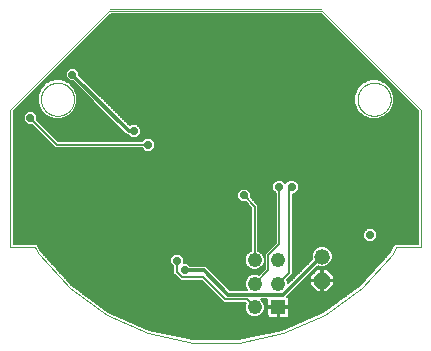
<source format=gbl>
G75*
%MOIN*%
%OFA0B0*%
%FSLAX25Y25*%
%IPPOS*%
%LPD*%
%AMOC8*
5,1,8,0,0,1.08239X$1,22.5*
%
%ADD10C,0.00000*%
%ADD11R,0.04800X0.04800*%
%ADD12C,0.04800*%
%ADD13OC8,0.05200*%
%ADD14C,0.05200*%
%ADD15C,0.11811*%
%ADD16C,0.02781*%
%ADD17C,0.03962*%
%ADD18C,0.04000*%
%ADD19C,0.00591*%
%ADD20C,0.01181*%
%ADD21C,0.00787*%
D10*
X0037313Y0095543D02*
X0051223Y0089350D01*
X0066117Y0086184D01*
X0081344Y0086184D01*
X0096237Y0089350D01*
X0110148Y0095543D01*
X0122466Y0104493D01*
X0132655Y0115809D01*
X0133959Y0118069D01*
X0142234Y0118069D01*
X0142234Y0163738D01*
X0109163Y0196809D01*
X0038297Y0196809D01*
X0005226Y0163738D01*
X0005226Y0118069D01*
X0013501Y0118069D01*
X0014806Y0115809D01*
X0024994Y0104493D01*
X0037313Y0095543D01*
X0015462Y0167301D02*
X0015464Y0167449D01*
X0015470Y0167597D01*
X0015480Y0167745D01*
X0015494Y0167892D01*
X0015512Y0168039D01*
X0015533Y0168185D01*
X0015559Y0168331D01*
X0015589Y0168476D01*
X0015622Y0168620D01*
X0015660Y0168763D01*
X0015701Y0168905D01*
X0015746Y0169046D01*
X0015794Y0169186D01*
X0015847Y0169325D01*
X0015903Y0169462D01*
X0015963Y0169597D01*
X0016026Y0169731D01*
X0016093Y0169863D01*
X0016164Y0169993D01*
X0016238Y0170121D01*
X0016315Y0170247D01*
X0016396Y0170371D01*
X0016480Y0170493D01*
X0016567Y0170612D01*
X0016658Y0170729D01*
X0016752Y0170844D01*
X0016848Y0170956D01*
X0016948Y0171066D01*
X0017050Y0171172D01*
X0017156Y0171276D01*
X0017264Y0171377D01*
X0017375Y0171475D01*
X0017488Y0171571D01*
X0017604Y0171663D01*
X0017722Y0171752D01*
X0017843Y0171837D01*
X0017966Y0171920D01*
X0018091Y0171999D01*
X0018218Y0172075D01*
X0018347Y0172147D01*
X0018478Y0172216D01*
X0018611Y0172281D01*
X0018746Y0172342D01*
X0018882Y0172400D01*
X0019019Y0172455D01*
X0019158Y0172505D01*
X0019299Y0172552D01*
X0019440Y0172595D01*
X0019583Y0172635D01*
X0019727Y0172670D01*
X0019871Y0172702D01*
X0020017Y0172729D01*
X0020163Y0172753D01*
X0020310Y0172773D01*
X0020457Y0172789D01*
X0020604Y0172801D01*
X0020752Y0172809D01*
X0020900Y0172813D01*
X0021048Y0172813D01*
X0021196Y0172809D01*
X0021344Y0172801D01*
X0021491Y0172789D01*
X0021638Y0172773D01*
X0021785Y0172753D01*
X0021931Y0172729D01*
X0022077Y0172702D01*
X0022221Y0172670D01*
X0022365Y0172635D01*
X0022508Y0172595D01*
X0022649Y0172552D01*
X0022790Y0172505D01*
X0022929Y0172455D01*
X0023066Y0172400D01*
X0023202Y0172342D01*
X0023337Y0172281D01*
X0023470Y0172216D01*
X0023601Y0172147D01*
X0023730Y0172075D01*
X0023857Y0171999D01*
X0023982Y0171920D01*
X0024105Y0171837D01*
X0024226Y0171752D01*
X0024344Y0171663D01*
X0024460Y0171571D01*
X0024573Y0171475D01*
X0024684Y0171377D01*
X0024792Y0171276D01*
X0024898Y0171172D01*
X0025000Y0171066D01*
X0025100Y0170956D01*
X0025196Y0170844D01*
X0025290Y0170729D01*
X0025381Y0170612D01*
X0025468Y0170493D01*
X0025552Y0170371D01*
X0025633Y0170247D01*
X0025710Y0170121D01*
X0025784Y0169993D01*
X0025855Y0169863D01*
X0025922Y0169731D01*
X0025985Y0169597D01*
X0026045Y0169462D01*
X0026101Y0169325D01*
X0026154Y0169186D01*
X0026202Y0169046D01*
X0026247Y0168905D01*
X0026288Y0168763D01*
X0026326Y0168620D01*
X0026359Y0168476D01*
X0026389Y0168331D01*
X0026415Y0168185D01*
X0026436Y0168039D01*
X0026454Y0167892D01*
X0026468Y0167745D01*
X0026478Y0167597D01*
X0026484Y0167449D01*
X0026486Y0167301D01*
X0026484Y0167153D01*
X0026478Y0167005D01*
X0026468Y0166857D01*
X0026454Y0166710D01*
X0026436Y0166563D01*
X0026415Y0166417D01*
X0026389Y0166271D01*
X0026359Y0166126D01*
X0026326Y0165982D01*
X0026288Y0165839D01*
X0026247Y0165697D01*
X0026202Y0165556D01*
X0026154Y0165416D01*
X0026101Y0165277D01*
X0026045Y0165140D01*
X0025985Y0165005D01*
X0025922Y0164871D01*
X0025855Y0164739D01*
X0025784Y0164609D01*
X0025710Y0164481D01*
X0025633Y0164355D01*
X0025552Y0164231D01*
X0025468Y0164109D01*
X0025381Y0163990D01*
X0025290Y0163873D01*
X0025196Y0163758D01*
X0025100Y0163646D01*
X0025000Y0163536D01*
X0024898Y0163430D01*
X0024792Y0163326D01*
X0024684Y0163225D01*
X0024573Y0163127D01*
X0024460Y0163031D01*
X0024344Y0162939D01*
X0024226Y0162850D01*
X0024105Y0162765D01*
X0023982Y0162682D01*
X0023857Y0162603D01*
X0023730Y0162527D01*
X0023601Y0162455D01*
X0023470Y0162386D01*
X0023337Y0162321D01*
X0023202Y0162260D01*
X0023066Y0162202D01*
X0022929Y0162147D01*
X0022790Y0162097D01*
X0022649Y0162050D01*
X0022508Y0162007D01*
X0022365Y0161967D01*
X0022221Y0161932D01*
X0022077Y0161900D01*
X0021931Y0161873D01*
X0021785Y0161849D01*
X0021638Y0161829D01*
X0021491Y0161813D01*
X0021344Y0161801D01*
X0021196Y0161793D01*
X0021048Y0161789D01*
X0020900Y0161789D01*
X0020752Y0161793D01*
X0020604Y0161801D01*
X0020457Y0161813D01*
X0020310Y0161829D01*
X0020163Y0161849D01*
X0020017Y0161873D01*
X0019871Y0161900D01*
X0019727Y0161932D01*
X0019583Y0161967D01*
X0019440Y0162007D01*
X0019299Y0162050D01*
X0019158Y0162097D01*
X0019019Y0162147D01*
X0018882Y0162202D01*
X0018746Y0162260D01*
X0018611Y0162321D01*
X0018478Y0162386D01*
X0018347Y0162455D01*
X0018218Y0162527D01*
X0018091Y0162603D01*
X0017966Y0162682D01*
X0017843Y0162765D01*
X0017722Y0162850D01*
X0017604Y0162939D01*
X0017488Y0163031D01*
X0017375Y0163127D01*
X0017264Y0163225D01*
X0017156Y0163326D01*
X0017050Y0163430D01*
X0016948Y0163536D01*
X0016848Y0163646D01*
X0016752Y0163758D01*
X0016658Y0163873D01*
X0016567Y0163990D01*
X0016480Y0164109D01*
X0016396Y0164231D01*
X0016315Y0164355D01*
X0016238Y0164481D01*
X0016164Y0164609D01*
X0016093Y0164739D01*
X0016026Y0164871D01*
X0015963Y0165005D01*
X0015903Y0165140D01*
X0015847Y0165277D01*
X0015794Y0165416D01*
X0015746Y0165556D01*
X0015701Y0165697D01*
X0015660Y0165839D01*
X0015622Y0165982D01*
X0015589Y0166126D01*
X0015559Y0166271D01*
X0015533Y0166417D01*
X0015512Y0166563D01*
X0015494Y0166710D01*
X0015480Y0166857D01*
X0015470Y0167005D01*
X0015464Y0167153D01*
X0015462Y0167301D01*
X0038612Y0197518D02*
X0108691Y0197518D01*
X0120994Y0167301D02*
X0120996Y0167449D01*
X0121002Y0167597D01*
X0121012Y0167745D01*
X0121026Y0167892D01*
X0121044Y0168039D01*
X0121065Y0168185D01*
X0121091Y0168331D01*
X0121121Y0168476D01*
X0121154Y0168620D01*
X0121192Y0168763D01*
X0121233Y0168905D01*
X0121278Y0169046D01*
X0121326Y0169186D01*
X0121379Y0169325D01*
X0121435Y0169462D01*
X0121495Y0169597D01*
X0121558Y0169731D01*
X0121625Y0169863D01*
X0121696Y0169993D01*
X0121770Y0170121D01*
X0121847Y0170247D01*
X0121928Y0170371D01*
X0122012Y0170493D01*
X0122099Y0170612D01*
X0122190Y0170729D01*
X0122284Y0170844D01*
X0122380Y0170956D01*
X0122480Y0171066D01*
X0122582Y0171172D01*
X0122688Y0171276D01*
X0122796Y0171377D01*
X0122907Y0171475D01*
X0123020Y0171571D01*
X0123136Y0171663D01*
X0123254Y0171752D01*
X0123375Y0171837D01*
X0123498Y0171920D01*
X0123623Y0171999D01*
X0123750Y0172075D01*
X0123879Y0172147D01*
X0124010Y0172216D01*
X0124143Y0172281D01*
X0124278Y0172342D01*
X0124414Y0172400D01*
X0124551Y0172455D01*
X0124690Y0172505D01*
X0124831Y0172552D01*
X0124972Y0172595D01*
X0125115Y0172635D01*
X0125259Y0172670D01*
X0125403Y0172702D01*
X0125549Y0172729D01*
X0125695Y0172753D01*
X0125842Y0172773D01*
X0125989Y0172789D01*
X0126136Y0172801D01*
X0126284Y0172809D01*
X0126432Y0172813D01*
X0126580Y0172813D01*
X0126728Y0172809D01*
X0126876Y0172801D01*
X0127023Y0172789D01*
X0127170Y0172773D01*
X0127317Y0172753D01*
X0127463Y0172729D01*
X0127609Y0172702D01*
X0127753Y0172670D01*
X0127897Y0172635D01*
X0128040Y0172595D01*
X0128181Y0172552D01*
X0128322Y0172505D01*
X0128461Y0172455D01*
X0128598Y0172400D01*
X0128734Y0172342D01*
X0128869Y0172281D01*
X0129002Y0172216D01*
X0129133Y0172147D01*
X0129262Y0172075D01*
X0129389Y0171999D01*
X0129514Y0171920D01*
X0129637Y0171837D01*
X0129758Y0171752D01*
X0129876Y0171663D01*
X0129992Y0171571D01*
X0130105Y0171475D01*
X0130216Y0171377D01*
X0130324Y0171276D01*
X0130430Y0171172D01*
X0130532Y0171066D01*
X0130632Y0170956D01*
X0130728Y0170844D01*
X0130822Y0170729D01*
X0130913Y0170612D01*
X0131000Y0170493D01*
X0131084Y0170371D01*
X0131165Y0170247D01*
X0131242Y0170121D01*
X0131316Y0169993D01*
X0131387Y0169863D01*
X0131454Y0169731D01*
X0131517Y0169597D01*
X0131577Y0169462D01*
X0131633Y0169325D01*
X0131686Y0169186D01*
X0131734Y0169046D01*
X0131779Y0168905D01*
X0131820Y0168763D01*
X0131858Y0168620D01*
X0131891Y0168476D01*
X0131921Y0168331D01*
X0131947Y0168185D01*
X0131968Y0168039D01*
X0131986Y0167892D01*
X0132000Y0167745D01*
X0132010Y0167597D01*
X0132016Y0167449D01*
X0132018Y0167301D01*
X0132016Y0167153D01*
X0132010Y0167005D01*
X0132000Y0166857D01*
X0131986Y0166710D01*
X0131968Y0166563D01*
X0131947Y0166417D01*
X0131921Y0166271D01*
X0131891Y0166126D01*
X0131858Y0165982D01*
X0131820Y0165839D01*
X0131779Y0165697D01*
X0131734Y0165556D01*
X0131686Y0165416D01*
X0131633Y0165277D01*
X0131577Y0165140D01*
X0131517Y0165005D01*
X0131454Y0164871D01*
X0131387Y0164739D01*
X0131316Y0164609D01*
X0131242Y0164481D01*
X0131165Y0164355D01*
X0131084Y0164231D01*
X0131000Y0164109D01*
X0130913Y0163990D01*
X0130822Y0163873D01*
X0130728Y0163758D01*
X0130632Y0163646D01*
X0130532Y0163536D01*
X0130430Y0163430D01*
X0130324Y0163326D01*
X0130216Y0163225D01*
X0130105Y0163127D01*
X0129992Y0163031D01*
X0129876Y0162939D01*
X0129758Y0162850D01*
X0129637Y0162765D01*
X0129514Y0162682D01*
X0129389Y0162603D01*
X0129262Y0162527D01*
X0129133Y0162455D01*
X0129002Y0162386D01*
X0128869Y0162321D01*
X0128734Y0162260D01*
X0128598Y0162202D01*
X0128461Y0162147D01*
X0128322Y0162097D01*
X0128181Y0162050D01*
X0128040Y0162007D01*
X0127897Y0161967D01*
X0127753Y0161932D01*
X0127609Y0161900D01*
X0127463Y0161873D01*
X0127317Y0161849D01*
X0127170Y0161829D01*
X0127023Y0161813D01*
X0126876Y0161801D01*
X0126728Y0161793D01*
X0126580Y0161789D01*
X0126432Y0161789D01*
X0126284Y0161793D01*
X0126136Y0161801D01*
X0125989Y0161813D01*
X0125842Y0161829D01*
X0125695Y0161849D01*
X0125549Y0161873D01*
X0125403Y0161900D01*
X0125259Y0161932D01*
X0125115Y0161967D01*
X0124972Y0162007D01*
X0124831Y0162050D01*
X0124690Y0162097D01*
X0124551Y0162147D01*
X0124414Y0162202D01*
X0124278Y0162260D01*
X0124143Y0162321D01*
X0124010Y0162386D01*
X0123879Y0162455D01*
X0123750Y0162527D01*
X0123623Y0162603D01*
X0123498Y0162682D01*
X0123375Y0162765D01*
X0123254Y0162850D01*
X0123136Y0162939D01*
X0123020Y0163031D01*
X0122907Y0163127D01*
X0122796Y0163225D01*
X0122688Y0163326D01*
X0122582Y0163430D01*
X0122480Y0163536D01*
X0122380Y0163646D01*
X0122284Y0163758D01*
X0122190Y0163873D01*
X0122099Y0163990D01*
X0122012Y0164109D01*
X0121928Y0164231D01*
X0121847Y0164355D01*
X0121770Y0164481D01*
X0121696Y0164609D01*
X0121625Y0164739D01*
X0121558Y0164871D01*
X0121495Y0165005D01*
X0121435Y0165140D01*
X0121379Y0165277D01*
X0121326Y0165416D01*
X0121278Y0165556D01*
X0121233Y0165697D01*
X0121192Y0165839D01*
X0121154Y0165982D01*
X0121121Y0166126D01*
X0121091Y0166271D01*
X0121065Y0166417D01*
X0121044Y0166563D01*
X0121026Y0166710D01*
X0121012Y0166857D01*
X0121002Y0167005D01*
X0120996Y0167153D01*
X0120994Y0167301D01*
D11*
X0094596Y0097990D03*
D12*
X0094596Y0105864D03*
X0094596Y0113738D03*
X0086722Y0113738D03*
X0086722Y0105864D03*
X0086722Y0097990D03*
D13*
X0109163Y0106884D03*
D14*
X0109163Y0114884D03*
D15*
X0073730Y0162557D03*
D16*
X0072510Y0140746D03*
X0083041Y0135234D03*
X0089478Y0137262D03*
X0094892Y0138049D03*
X0099026Y0138148D03*
X0102667Y0128994D03*
X0115207Y0134368D03*
X0114675Y0141927D03*
X0125207Y0122006D03*
X0125659Y0111750D03*
X0114793Y0102006D03*
X0106112Y0100943D03*
X0102333Y0094959D03*
X0086762Y0090057D03*
X0073927Y0099565D03*
X0070384Y0099565D03*
X0064577Y0093069D03*
X0054144Y0091258D03*
X0063494Y0110392D03*
X0060837Y0113541D03*
X0061427Y0116986D03*
X0051073Y0128167D03*
X0049951Y0148069D03*
X0051191Y0152124D03*
X0046368Y0156750D03*
X0052136Y0162597D03*
X0043514Y0149014D03*
X0031998Y0148423D03*
X0031939Y0155215D03*
X0032096Y0163246D03*
X0028356Y0163246D03*
X0025955Y0175549D03*
X0024852Y0179132D03*
X0011919Y0160982D03*
X0007923Y0162793D03*
X0020778Y0146022D03*
X0007549Y0139329D03*
X0008159Y0120667D03*
X0023829Y0124762D03*
X0025305Y0111179D03*
X0033376Y0101337D03*
X0080915Y0110490D03*
X0081486Y0116061D03*
X0115148Y0162715D03*
X0103652Y0168561D03*
X0114616Y0187636D03*
X0102864Y0194093D03*
X0087923Y0194093D03*
X0072982Y0193876D03*
X0058809Y0193876D03*
X0044813Y0194152D03*
X0043927Y0189585D03*
X0043691Y0177419D03*
X0126132Y0176002D03*
X0131801Y0160786D03*
X0139459Y0161711D03*
X0139459Y0141514D03*
X0139951Y0120667D03*
D17*
X0131998Y0146711D03*
X0028947Y0118660D03*
D18*
X0028022Y0117557D02*
X0054321Y0143856D01*
X0129144Y0143856D01*
X0131998Y0146711D01*
D19*
X0141139Y0146663D02*
X0006322Y0146663D01*
X0006322Y0146074D02*
X0141139Y0146074D01*
X0141139Y0145485D02*
X0006322Y0145485D01*
X0006322Y0144896D02*
X0141139Y0144896D01*
X0141139Y0144307D02*
X0006322Y0144307D01*
X0006322Y0143718D02*
X0141139Y0143718D01*
X0141139Y0143129D02*
X0006322Y0143129D01*
X0006322Y0142540D02*
X0141139Y0142540D01*
X0141139Y0141951D02*
X0006322Y0141951D01*
X0006322Y0141362D02*
X0141139Y0141362D01*
X0141139Y0140773D02*
X0006322Y0140773D01*
X0006322Y0140184D02*
X0093793Y0140184D01*
X0093945Y0140335D02*
X0092606Y0138996D01*
X0092606Y0137102D01*
X0093701Y0136007D01*
X0093701Y0119448D01*
X0090059Y0115806D01*
X0090059Y0110885D01*
X0088054Y0108879D01*
X0087378Y0109160D01*
X0086067Y0109160D01*
X0084856Y0108658D01*
X0083929Y0107731D01*
X0083427Y0106520D01*
X0083427Y0105209D01*
X0083929Y0103998D01*
X0084218Y0103708D01*
X0078480Y0103708D01*
X0071181Y0111007D01*
X0070310Y0111878D01*
X0065241Y0111878D01*
X0064441Y0112678D01*
X0063122Y0112678D01*
X0063122Y0114488D01*
X0061783Y0115827D01*
X0059890Y0115827D01*
X0058551Y0114488D01*
X0058551Y0112595D01*
X0059548Y0111598D01*
X0059548Y0109110D01*
X0060303Y0108355D01*
X0061996Y0106662D01*
X0069043Y0106662D01*
X0076405Y0099300D01*
X0083590Y0099300D01*
X0083666Y0099223D01*
X0083427Y0098646D01*
X0083427Y0097335D01*
X0083929Y0096124D01*
X0084856Y0095197D01*
X0086067Y0094695D01*
X0087378Y0094695D01*
X0088589Y0095197D01*
X0089516Y0096124D01*
X0090018Y0097335D01*
X0090018Y0098646D01*
X0089516Y0099857D01*
X0088636Y0100737D01*
X0090948Y0100737D01*
X0090901Y0100561D01*
X0090901Y0098285D01*
X0094301Y0098285D01*
X0094301Y0097695D01*
X0090901Y0097695D01*
X0090901Y0095420D01*
X0090989Y0095090D01*
X0091160Y0094795D01*
X0091401Y0094554D01*
X0091696Y0094383D01*
X0092026Y0094295D01*
X0094301Y0094295D01*
X0094301Y0097695D01*
X0094892Y0097695D01*
X0094892Y0098285D01*
X0098292Y0098285D01*
X0098292Y0100561D01*
X0098203Y0100890D01*
X0098033Y0101186D01*
X0097792Y0101427D01*
X0097592Y0101542D01*
X0097657Y0101607D01*
X0097657Y0101607D01*
X0107740Y0111690D01*
X0108468Y0111389D01*
X0109859Y0111389D01*
X0111143Y0111921D01*
X0112127Y0112904D01*
X0112659Y0114189D01*
X0112659Y0115579D01*
X0112127Y0116864D01*
X0111143Y0117847D01*
X0109859Y0118379D01*
X0108468Y0118379D01*
X0107183Y0117847D01*
X0106200Y0116864D01*
X0105668Y0115579D01*
X0105668Y0114189D01*
X0105776Y0113928D01*
X0097892Y0106044D01*
X0097892Y0106520D01*
X0097612Y0107196D01*
X0099044Y0107196D01*
X0099633Y0107785D02*
X0098201Y0107785D01*
X0098731Y0108315D02*
X0099429Y0109013D01*
X0099429Y0135862D01*
X0099972Y0135862D01*
X0101311Y0137201D01*
X0101311Y0139095D01*
X0099972Y0140434D01*
X0098079Y0140434D01*
X0096909Y0139264D01*
X0095839Y0140335D01*
X0093945Y0140335D01*
X0093204Y0139594D02*
X0006322Y0139594D01*
X0006322Y0139005D02*
X0092615Y0139005D01*
X0092606Y0138416D02*
X0006322Y0138416D01*
X0006322Y0137827D02*
X0092606Y0137827D01*
X0092606Y0137238D02*
X0084270Y0137238D01*
X0083988Y0137520D02*
X0082095Y0137520D01*
X0080756Y0136181D01*
X0080756Y0134288D01*
X0082095Y0132948D01*
X0083643Y0132948D01*
X0085532Y0131060D01*
X0085532Y0116812D01*
X0084856Y0116532D01*
X0083929Y0115605D01*
X0083427Y0114394D01*
X0083427Y0113083D01*
X0083929Y0111872D01*
X0084856Y0110945D01*
X0086067Y0110443D01*
X0087378Y0110443D01*
X0088589Y0110945D01*
X0089516Y0111872D01*
X0090018Y0113083D01*
X0090018Y0114394D01*
X0089516Y0115605D01*
X0088589Y0116532D01*
X0087913Y0116812D01*
X0087913Y0132046D01*
X0085327Y0134632D01*
X0085327Y0136181D01*
X0083988Y0137520D01*
X0084859Y0136649D02*
X0093059Y0136649D01*
X0093648Y0136060D02*
X0085327Y0136060D01*
X0085327Y0135471D02*
X0093701Y0135471D01*
X0093701Y0134882D02*
X0085327Y0134882D01*
X0085666Y0134293D02*
X0093701Y0134293D01*
X0093701Y0133704D02*
X0086255Y0133704D01*
X0086845Y0133115D02*
X0093701Y0133115D01*
X0093701Y0132526D02*
X0087434Y0132526D01*
X0087913Y0131937D02*
X0093701Y0131937D01*
X0093701Y0131348D02*
X0087913Y0131348D01*
X0087913Y0130759D02*
X0093701Y0130759D01*
X0093701Y0130169D02*
X0087913Y0130169D01*
X0087913Y0129580D02*
X0093701Y0129580D01*
X0093701Y0128991D02*
X0087913Y0128991D01*
X0087913Y0128402D02*
X0093701Y0128402D01*
X0093701Y0127813D02*
X0087913Y0127813D01*
X0087913Y0127224D02*
X0093701Y0127224D01*
X0093701Y0126635D02*
X0087913Y0126635D01*
X0087913Y0126046D02*
X0093701Y0126046D01*
X0093701Y0125457D02*
X0087913Y0125457D01*
X0087913Y0124868D02*
X0093701Y0124868D01*
X0093701Y0124279D02*
X0087913Y0124279D01*
X0087913Y0123690D02*
X0093701Y0123690D01*
X0093701Y0123101D02*
X0087913Y0123101D01*
X0087913Y0122512D02*
X0093701Y0122512D01*
X0093701Y0121923D02*
X0087913Y0121923D01*
X0087913Y0121334D02*
X0093701Y0121334D01*
X0093701Y0120744D02*
X0087913Y0120744D01*
X0087913Y0120155D02*
X0093701Y0120155D01*
X0093701Y0119566D02*
X0087913Y0119566D01*
X0087913Y0118977D02*
X0093231Y0118977D01*
X0092641Y0118388D02*
X0087913Y0118388D01*
X0087913Y0117799D02*
X0092052Y0117799D01*
X0091463Y0117210D02*
X0087913Y0117210D01*
X0088374Y0116621D02*
X0090874Y0116621D01*
X0090285Y0116032D02*
X0089089Y0116032D01*
X0089583Y0115443D02*
X0090059Y0115443D01*
X0090059Y0114854D02*
X0089827Y0114854D01*
X0090018Y0114265D02*
X0090059Y0114265D01*
X0090059Y0113676D02*
X0090018Y0113676D01*
X0090018Y0113087D02*
X0090059Y0113087D01*
X0090059Y0112498D02*
X0089775Y0112498D01*
X0089531Y0111909D02*
X0090059Y0111909D01*
X0090059Y0111319D02*
X0088964Y0111319D01*
X0088072Y0110730D02*
X0089905Y0110730D01*
X0089316Y0110141D02*
X0072047Y0110141D01*
X0072636Y0109552D02*
X0088727Y0109552D01*
X0088138Y0108963D02*
X0087852Y0108963D01*
X0086722Y0105864D02*
X0091250Y0110392D01*
X0091250Y0115313D01*
X0094892Y0118955D01*
X0094892Y0138049D01*
X0096579Y0139594D02*
X0097240Y0139594D01*
X0097829Y0140184D02*
X0095990Y0140184D01*
X0098238Y0137360D02*
X0099026Y0138148D01*
X0098238Y0137360D02*
X0098238Y0109506D01*
X0094596Y0105864D01*
X0097612Y0107196D02*
X0098731Y0108315D01*
X0098790Y0108374D02*
X0100222Y0108374D01*
X0100811Y0108963D02*
X0099379Y0108963D01*
X0099429Y0109552D02*
X0101400Y0109552D01*
X0101989Y0110141D02*
X0099429Y0110141D01*
X0099429Y0110730D02*
X0102578Y0110730D01*
X0103167Y0111319D02*
X0099429Y0111319D01*
X0099429Y0111909D02*
X0103756Y0111909D01*
X0104345Y0112498D02*
X0099429Y0112498D01*
X0099429Y0113087D02*
X0104934Y0113087D01*
X0105523Y0113676D02*
X0099429Y0113676D01*
X0099429Y0114265D02*
X0105668Y0114265D01*
X0105668Y0114854D02*
X0099429Y0114854D01*
X0099429Y0115443D02*
X0105668Y0115443D01*
X0105856Y0116032D02*
X0099429Y0116032D01*
X0099429Y0116621D02*
X0106100Y0116621D01*
X0106547Y0117210D02*
X0099429Y0117210D01*
X0099429Y0117799D02*
X0107136Y0117799D01*
X0111191Y0117799D02*
X0132539Y0117799D01*
X0132864Y0118362D02*
X0131764Y0116456D01*
X0121729Y0105312D01*
X0109597Y0096497D01*
X0095897Y0090398D01*
X0081228Y0087280D01*
X0066232Y0087280D01*
X0051564Y0090398D01*
X0037864Y0096497D01*
X0025731Y0105312D01*
X0015697Y0116456D01*
X0014596Y0118362D01*
X0014596Y0118523D01*
X0014378Y0118741D01*
X0014223Y0119009D01*
X0014068Y0119051D01*
X0013955Y0119164D01*
X0013645Y0119164D01*
X0013346Y0119244D01*
X0013208Y0119164D01*
X0006322Y0119164D01*
X0006322Y0163285D01*
X0038751Y0195714D01*
X0108710Y0195714D01*
X0141139Y0163285D01*
X0141139Y0119164D01*
X0134253Y0119164D01*
X0134114Y0119244D01*
X0133815Y0119164D01*
X0133506Y0119164D01*
X0133392Y0119051D01*
X0133238Y0119009D01*
X0133083Y0118741D01*
X0132864Y0118523D01*
X0132864Y0118362D01*
X0132864Y0118388D02*
X0099429Y0118388D01*
X0099429Y0118977D02*
X0133219Y0118977D01*
X0132199Y0117210D02*
X0111780Y0117210D01*
X0112227Y0116621D02*
X0131859Y0116621D01*
X0131382Y0116032D02*
X0112471Y0116032D01*
X0112659Y0115443D02*
X0130851Y0115443D01*
X0130321Y0114854D02*
X0112659Y0114854D01*
X0112659Y0114265D02*
X0129790Y0114265D01*
X0129260Y0113676D02*
X0112446Y0113676D01*
X0112202Y0113087D02*
X0128730Y0113087D01*
X0128199Y0112498D02*
X0111720Y0112498D01*
X0111114Y0111909D02*
X0127669Y0111909D01*
X0127138Y0111319D02*
X0107369Y0111319D01*
X0107550Y0110779D02*
X0105268Y0108497D01*
X0105268Y0107179D01*
X0108868Y0107179D01*
X0108868Y0106589D01*
X0105268Y0106589D01*
X0105268Y0105270D01*
X0107550Y0102989D01*
X0108868Y0102989D01*
X0108868Y0106589D01*
X0109459Y0106589D01*
X0109459Y0107179D01*
X0113059Y0107179D01*
X0113059Y0108497D01*
X0110777Y0110779D01*
X0109459Y0110779D01*
X0109459Y0107179D01*
X0108868Y0107179D01*
X0108868Y0110779D01*
X0107550Y0110779D01*
X0107501Y0110730D02*
X0106780Y0110730D01*
X0106912Y0110141D02*
X0106191Y0110141D01*
X0106323Y0109552D02*
X0105602Y0109552D01*
X0105734Y0108963D02*
X0105013Y0108963D01*
X0105268Y0108374D02*
X0104424Y0108374D01*
X0103835Y0107785D02*
X0105268Y0107785D01*
X0105268Y0107196D02*
X0103246Y0107196D01*
X0102657Y0106607D02*
X0108868Y0106607D01*
X0108868Y0107196D02*
X0109459Y0107196D01*
X0109459Y0106607D02*
X0122895Y0106607D01*
X0122365Y0106018D02*
X0113059Y0106018D01*
X0113059Y0106589D02*
X0109459Y0106589D01*
X0109459Y0102989D01*
X0110777Y0102989D01*
X0113059Y0105270D01*
X0113059Y0106589D01*
X0113059Y0107196D02*
X0123426Y0107196D01*
X0123956Y0107785D02*
X0113059Y0107785D01*
X0113059Y0108374D02*
X0124487Y0108374D01*
X0125017Y0108963D02*
X0112593Y0108963D01*
X0112004Y0109552D02*
X0125547Y0109552D01*
X0126078Y0110141D02*
X0111415Y0110141D01*
X0110826Y0110730D02*
X0126608Y0110730D01*
X0121835Y0105429D02*
X0113059Y0105429D01*
X0112628Y0104840D02*
X0121080Y0104840D01*
X0120269Y0104251D02*
X0112039Y0104251D01*
X0111450Y0103662D02*
X0119458Y0103662D01*
X0118647Y0103073D02*
X0110861Y0103073D01*
X0109459Y0103073D02*
X0108868Y0103073D01*
X0108868Y0103662D02*
X0109459Y0103662D01*
X0109459Y0104251D02*
X0108868Y0104251D01*
X0108868Y0104840D02*
X0109459Y0104840D01*
X0109459Y0105429D02*
X0108868Y0105429D01*
X0108868Y0106018D02*
X0109459Y0106018D01*
X0109459Y0107785D02*
X0108868Y0107785D01*
X0108868Y0108374D02*
X0109459Y0108374D01*
X0109459Y0108963D02*
X0108868Y0108963D01*
X0108868Y0109552D02*
X0109459Y0109552D01*
X0109459Y0110141D02*
X0108868Y0110141D01*
X0108868Y0110730D02*
X0109459Y0110730D01*
X0105268Y0106018D02*
X0102068Y0106018D01*
X0101479Y0105429D02*
X0105268Y0105429D01*
X0105699Y0104840D02*
X0100890Y0104840D01*
X0100301Y0104251D02*
X0106288Y0104251D01*
X0106877Y0103662D02*
X0099712Y0103662D01*
X0099123Y0103073D02*
X0107466Y0103073D01*
X0111350Y0097771D02*
X0094892Y0097771D01*
X0094892Y0097695D02*
X0098292Y0097695D01*
X0098292Y0095420D01*
X0098203Y0095090D01*
X0098033Y0094795D01*
X0097792Y0094554D01*
X0097496Y0094383D01*
X0097167Y0094295D01*
X0094892Y0094295D01*
X0094892Y0097695D01*
X0094892Y0097182D02*
X0094301Y0097182D01*
X0094301Y0097771D02*
X0090018Y0097771D01*
X0090018Y0098360D02*
X0090901Y0098360D01*
X0090901Y0098949D02*
X0089892Y0098949D01*
X0089648Y0099538D02*
X0090901Y0099538D01*
X0090901Y0100127D02*
X0089246Y0100127D01*
X0088657Y0100716D02*
X0090943Y0100716D01*
X0090901Y0097182D02*
X0089954Y0097182D01*
X0089710Y0096593D02*
X0090901Y0096593D01*
X0090901Y0096004D02*
X0089396Y0096004D01*
X0088807Y0095415D02*
X0090902Y0095415D01*
X0091142Y0094826D02*
X0087694Y0094826D01*
X0085751Y0094826D02*
X0041618Y0094826D01*
X0042941Y0094237D02*
X0104520Y0094237D01*
X0105843Y0094826D02*
X0098051Y0094826D01*
X0098290Y0095415D02*
X0107166Y0095415D01*
X0108489Y0096004D02*
X0098292Y0096004D01*
X0098292Y0096593D02*
X0109729Y0096593D01*
X0110540Y0097182D02*
X0098292Y0097182D01*
X0098292Y0098360D02*
X0112161Y0098360D01*
X0112972Y0098949D02*
X0098292Y0098949D01*
X0098292Y0099538D02*
X0113783Y0099538D01*
X0114593Y0100127D02*
X0098292Y0100127D01*
X0098250Y0100716D02*
X0115404Y0100716D01*
X0116215Y0101305D02*
X0097913Y0101305D01*
X0097944Y0101894D02*
X0117026Y0101894D01*
X0117837Y0102484D02*
X0098534Y0102484D01*
X0098454Y0106607D02*
X0097856Y0106607D01*
X0094892Y0096593D02*
X0094301Y0096593D01*
X0094301Y0096004D02*
X0094892Y0096004D01*
X0094892Y0095415D02*
X0094301Y0095415D01*
X0094301Y0094826D02*
X0094892Y0094826D01*
X0096581Y0090702D02*
X0050880Y0090702D01*
X0049557Y0091291D02*
X0097904Y0091291D01*
X0099227Y0091880D02*
X0048233Y0091880D01*
X0046910Y0092469D02*
X0100550Y0092469D01*
X0101873Y0093059D02*
X0045587Y0093059D01*
X0044264Y0093648D02*
X0103197Y0093648D01*
X0094558Y0090113D02*
X0052902Y0090113D01*
X0055673Y0089524D02*
X0091787Y0089524D01*
X0089016Y0088935D02*
X0058444Y0088935D01*
X0061215Y0088346D02*
X0086245Y0088346D01*
X0083474Y0087757D02*
X0063986Y0087757D01*
X0073810Y0101894D02*
X0030435Y0101894D01*
X0031246Y0101305D02*
X0074399Y0101305D01*
X0074988Y0100716D02*
X0032056Y0100716D01*
X0032867Y0100127D02*
X0075577Y0100127D01*
X0076166Y0099538D02*
X0033678Y0099538D01*
X0034489Y0098949D02*
X0083553Y0098949D01*
X0083427Y0098360D02*
X0035299Y0098360D01*
X0036110Y0097771D02*
X0083427Y0097771D01*
X0083490Y0097182D02*
X0036921Y0097182D01*
X0037732Y0096593D02*
X0083734Y0096593D01*
X0084049Y0096004D02*
X0038972Y0096004D01*
X0040295Y0095415D02*
X0084638Y0095415D01*
X0083824Y0104251D02*
X0077937Y0104251D01*
X0077348Y0104840D02*
X0083580Y0104840D01*
X0083427Y0105429D02*
X0076759Y0105429D01*
X0076170Y0106018D02*
X0083427Y0106018D01*
X0083463Y0106607D02*
X0075581Y0106607D01*
X0074992Y0107196D02*
X0083707Y0107196D01*
X0083983Y0107785D02*
X0074403Y0107785D01*
X0073814Y0108374D02*
X0084572Y0108374D01*
X0085593Y0108963D02*
X0073225Y0108963D01*
X0071458Y0110730D02*
X0085373Y0110730D01*
X0084481Y0111319D02*
X0070868Y0111319D01*
X0069098Y0106607D02*
X0024565Y0106607D01*
X0024035Y0107196D02*
X0061461Y0107196D01*
X0060872Y0107785D02*
X0023504Y0107785D01*
X0022974Y0108374D02*
X0060283Y0108374D01*
X0059694Y0108963D02*
X0022444Y0108963D01*
X0021913Y0109552D02*
X0059548Y0109552D01*
X0059548Y0110141D02*
X0021383Y0110141D01*
X0020853Y0110730D02*
X0059548Y0110730D01*
X0059548Y0111319D02*
X0020322Y0111319D01*
X0019792Y0111909D02*
X0059237Y0111909D01*
X0058648Y0112498D02*
X0019261Y0112498D01*
X0018731Y0113087D02*
X0058551Y0113087D01*
X0058551Y0113676D02*
X0018201Y0113676D01*
X0017670Y0114265D02*
X0058551Y0114265D01*
X0058916Y0114854D02*
X0017140Y0114854D01*
X0016609Y0115443D02*
X0059505Y0115443D01*
X0062168Y0115443D02*
X0083862Y0115443D01*
X0083618Y0114854D02*
X0062757Y0114854D01*
X0063122Y0114265D02*
X0083427Y0114265D01*
X0083427Y0113676D02*
X0063122Y0113676D01*
X0063122Y0113087D02*
X0083427Y0113087D01*
X0083670Y0112498D02*
X0064621Y0112498D01*
X0065210Y0111909D02*
X0083914Y0111909D01*
X0086722Y0113738D02*
X0086722Y0131553D01*
X0083041Y0135234D01*
X0081813Y0137238D02*
X0006322Y0137238D01*
X0006322Y0136649D02*
X0081224Y0136649D01*
X0080756Y0136060D02*
X0006322Y0136060D01*
X0006322Y0135471D02*
X0080756Y0135471D01*
X0080756Y0134882D02*
X0006322Y0134882D01*
X0006322Y0134293D02*
X0080756Y0134293D01*
X0081339Y0133704D02*
X0006322Y0133704D01*
X0006322Y0133115D02*
X0081928Y0133115D01*
X0084066Y0132526D02*
X0006322Y0132526D01*
X0006322Y0131937D02*
X0084655Y0131937D01*
X0085244Y0131348D02*
X0006322Y0131348D01*
X0006322Y0130759D02*
X0085532Y0130759D01*
X0085532Y0130169D02*
X0006322Y0130169D01*
X0006322Y0129580D02*
X0085532Y0129580D01*
X0085532Y0128991D02*
X0006322Y0128991D01*
X0006322Y0128402D02*
X0085532Y0128402D01*
X0085532Y0127813D02*
X0006322Y0127813D01*
X0006322Y0127224D02*
X0085532Y0127224D01*
X0085532Y0126635D02*
X0006322Y0126635D01*
X0006322Y0126046D02*
X0085532Y0126046D01*
X0085532Y0125457D02*
X0006322Y0125457D01*
X0006322Y0124868D02*
X0085532Y0124868D01*
X0085532Y0124279D02*
X0006322Y0124279D01*
X0006322Y0123690D02*
X0085532Y0123690D01*
X0085532Y0123101D02*
X0006322Y0123101D01*
X0006322Y0122512D02*
X0085532Y0122512D01*
X0085532Y0121923D02*
X0006322Y0121923D01*
X0006322Y0121334D02*
X0085532Y0121334D01*
X0085532Y0120744D02*
X0006322Y0120744D01*
X0006322Y0120155D02*
X0085532Y0120155D01*
X0085532Y0119566D02*
X0006322Y0119566D01*
X0014241Y0118977D02*
X0085532Y0118977D01*
X0085532Y0118388D02*
X0014596Y0118388D01*
X0014922Y0117799D02*
X0085532Y0117799D01*
X0085532Y0117210D02*
X0015262Y0117210D01*
X0015602Y0116621D02*
X0085071Y0116621D01*
X0084356Y0116032D02*
X0016079Y0116032D01*
X0025096Y0106018D02*
X0069687Y0106018D01*
X0070276Y0105429D02*
X0025626Y0105429D01*
X0026381Y0104840D02*
X0070865Y0104840D01*
X0071454Y0104251D02*
X0027192Y0104251D01*
X0028003Y0103662D02*
X0072043Y0103662D01*
X0072632Y0103073D02*
X0028813Y0103073D01*
X0029624Y0102484D02*
X0073221Y0102484D01*
X0099429Y0119566D02*
X0141139Y0119566D01*
X0141139Y0120155D02*
X0126589Y0120155D01*
X0126154Y0119720D02*
X0127493Y0121059D01*
X0127493Y0122953D01*
X0126154Y0124292D01*
X0124260Y0124292D01*
X0122921Y0122953D01*
X0122921Y0121059D01*
X0124260Y0119720D01*
X0126154Y0119720D01*
X0127178Y0120744D02*
X0141139Y0120744D01*
X0141139Y0121334D02*
X0127493Y0121334D01*
X0127493Y0121923D02*
X0141139Y0121923D01*
X0141139Y0122512D02*
X0127493Y0122512D01*
X0127345Y0123101D02*
X0141139Y0123101D01*
X0141139Y0123690D02*
X0126755Y0123690D01*
X0126166Y0124279D02*
X0141139Y0124279D01*
X0141139Y0124868D02*
X0099429Y0124868D01*
X0099429Y0125457D02*
X0141139Y0125457D01*
X0141139Y0126046D02*
X0099429Y0126046D01*
X0099429Y0126635D02*
X0141139Y0126635D01*
X0141139Y0127224D02*
X0099429Y0127224D01*
X0099429Y0127813D02*
X0141139Y0127813D01*
X0141139Y0128402D02*
X0099429Y0128402D01*
X0099429Y0128991D02*
X0141139Y0128991D01*
X0141139Y0129580D02*
X0099429Y0129580D01*
X0099429Y0130169D02*
X0141139Y0130169D01*
X0141139Y0130759D02*
X0099429Y0130759D01*
X0099429Y0131348D02*
X0141139Y0131348D01*
X0141139Y0131937D02*
X0099429Y0131937D01*
X0099429Y0132526D02*
X0141139Y0132526D01*
X0141139Y0133115D02*
X0099429Y0133115D01*
X0099429Y0133704D02*
X0141139Y0133704D01*
X0141139Y0134293D02*
X0099429Y0134293D01*
X0099429Y0134882D02*
X0141139Y0134882D01*
X0141139Y0135471D02*
X0099429Y0135471D01*
X0100171Y0136060D02*
X0141139Y0136060D01*
X0141139Y0136649D02*
X0100760Y0136649D01*
X0101311Y0137238D02*
X0141139Y0137238D01*
X0141139Y0137827D02*
X0101311Y0137827D01*
X0101311Y0138416D02*
X0141139Y0138416D01*
X0141139Y0139005D02*
X0101311Y0139005D01*
X0100811Y0139594D02*
X0141139Y0139594D01*
X0141139Y0140184D02*
X0100222Y0140184D01*
X0099429Y0124279D02*
X0124247Y0124279D01*
X0123658Y0123690D02*
X0099429Y0123690D01*
X0099429Y0123101D02*
X0123069Y0123101D01*
X0122921Y0122512D02*
X0099429Y0122512D01*
X0099429Y0121923D02*
X0122921Y0121923D01*
X0122921Y0121334D02*
X0099429Y0121334D01*
X0099429Y0120744D02*
X0123236Y0120744D01*
X0123825Y0120155D02*
X0099429Y0120155D01*
X0122763Y0161700D02*
X0125192Y0160694D01*
X0127820Y0160694D01*
X0130249Y0161700D01*
X0132107Y0163559D01*
X0133113Y0165987D01*
X0133113Y0168615D01*
X0132107Y0171044D01*
X0130249Y0172902D01*
X0127820Y0173908D01*
X0125192Y0173908D01*
X0122763Y0172902D01*
X0120905Y0171044D01*
X0119899Y0168615D01*
X0119899Y0165987D01*
X0120905Y0163559D01*
X0122763Y0161700D01*
X0122484Y0161979D02*
X0041626Y0161979D01*
X0041037Y0162568D02*
X0121895Y0162568D01*
X0121306Y0163157D02*
X0040448Y0163157D01*
X0039859Y0163746D02*
X0120827Y0163746D01*
X0120583Y0164335D02*
X0039270Y0164335D01*
X0038681Y0164924D02*
X0120339Y0164924D01*
X0120095Y0165513D02*
X0038092Y0165513D01*
X0037503Y0166102D02*
X0119899Y0166102D01*
X0119899Y0166691D02*
X0036914Y0166691D01*
X0036325Y0167280D02*
X0119899Y0167280D01*
X0119899Y0167869D02*
X0035736Y0167869D01*
X0035147Y0168459D02*
X0119899Y0168459D01*
X0120078Y0169048D02*
X0034558Y0169048D01*
X0033969Y0169637D02*
X0120322Y0169637D01*
X0120566Y0170226D02*
X0033380Y0170226D01*
X0032790Y0170815D02*
X0120810Y0170815D01*
X0121265Y0171404D02*
X0032201Y0171404D01*
X0031612Y0171993D02*
X0121854Y0171993D01*
X0122443Y0172582D02*
X0031023Y0172582D01*
X0030434Y0173171D02*
X0123412Y0173171D01*
X0124834Y0173760D02*
X0029845Y0173760D01*
X0029256Y0174349D02*
X0130074Y0174349D01*
X0129485Y0174938D02*
X0028667Y0174938D01*
X0028241Y0175365D02*
X0028241Y0176496D01*
X0026902Y0177835D01*
X0025008Y0177835D01*
X0023669Y0176496D01*
X0023669Y0174602D01*
X0025008Y0173263D01*
X0026139Y0173263D01*
X0043268Y0156135D01*
X0044138Y0155264D01*
X0044621Y0155264D01*
X0045421Y0154464D01*
X0047315Y0154464D01*
X0048654Y0155803D01*
X0048654Y0157697D01*
X0047315Y0159036D01*
X0045421Y0159036D01*
X0044995Y0158610D01*
X0028241Y0175365D01*
X0028241Y0175527D02*
X0128896Y0175527D01*
X0128307Y0176116D02*
X0028241Y0176116D01*
X0028031Y0176705D02*
X0127718Y0176705D01*
X0127129Y0177294D02*
X0027442Y0177294D01*
X0026232Y0173171D02*
X0024069Y0173171D01*
X0024717Y0172902D02*
X0022289Y0173908D01*
X0019660Y0173908D01*
X0017232Y0172902D01*
X0015373Y0171044D01*
X0014367Y0168615D01*
X0014367Y0165987D01*
X0015373Y0163559D01*
X0017232Y0161700D01*
X0019660Y0160694D01*
X0022289Y0160694D01*
X0024717Y0161700D01*
X0026576Y0163559D01*
X0027581Y0165987D01*
X0027581Y0168615D01*
X0026576Y0171044D01*
X0024717Y0172902D01*
X0025037Y0172582D02*
X0026821Y0172582D01*
X0027410Y0171993D02*
X0025627Y0171993D01*
X0026216Y0171404D02*
X0027999Y0171404D01*
X0028588Y0170815D02*
X0026670Y0170815D01*
X0026915Y0170226D02*
X0029177Y0170226D01*
X0029766Y0169637D02*
X0027159Y0169637D01*
X0027402Y0169048D02*
X0030355Y0169048D01*
X0030944Y0168459D02*
X0027581Y0168459D01*
X0027581Y0167869D02*
X0031533Y0167869D01*
X0032122Y0167280D02*
X0027581Y0167280D01*
X0027581Y0166691D02*
X0032711Y0166691D01*
X0033300Y0166102D02*
X0027581Y0166102D01*
X0027385Y0165513D02*
X0033889Y0165513D01*
X0034479Y0164924D02*
X0027141Y0164924D01*
X0026897Y0164335D02*
X0035068Y0164335D01*
X0035657Y0163746D02*
X0026653Y0163746D01*
X0026174Y0163157D02*
X0036246Y0163157D01*
X0036835Y0162568D02*
X0025585Y0162568D01*
X0024996Y0161979D02*
X0037424Y0161979D01*
X0038013Y0161390D02*
X0023968Y0161390D01*
X0022546Y0160801D02*
X0038602Y0160801D01*
X0039191Y0160212D02*
X0014374Y0160212D01*
X0014205Y0160380D02*
X0014205Y0161929D01*
X0012866Y0163268D01*
X0010972Y0163268D01*
X0009633Y0161929D01*
X0009633Y0160036D01*
X0010972Y0158697D01*
X0012521Y0158697D01*
X0020284Y0150934D01*
X0049149Y0150934D01*
X0050244Y0149838D01*
X0052138Y0149838D01*
X0053477Y0151177D01*
X0053477Y0153071D01*
X0052138Y0154410D01*
X0050244Y0154410D01*
X0049149Y0153315D01*
X0021271Y0153315D01*
X0014205Y0160380D01*
X0014205Y0160801D02*
X0019403Y0160801D01*
X0017981Y0161390D02*
X0014205Y0161390D01*
X0014155Y0161979D02*
X0016953Y0161979D01*
X0016364Y0162568D02*
X0013566Y0162568D01*
X0012977Y0163157D02*
X0015775Y0163157D01*
X0015296Y0163746D02*
X0006783Y0163746D01*
X0006322Y0163157D02*
X0010861Y0163157D01*
X0010272Y0162568D02*
X0006322Y0162568D01*
X0006322Y0161979D02*
X0009683Y0161979D01*
X0009633Y0161390D02*
X0006322Y0161390D01*
X0006322Y0160801D02*
X0009633Y0160801D01*
X0009633Y0160212D02*
X0006322Y0160212D01*
X0006322Y0159623D02*
X0010046Y0159623D01*
X0010635Y0159034D02*
X0006322Y0159034D01*
X0006322Y0158444D02*
X0012773Y0158444D01*
X0013363Y0157855D02*
X0006322Y0157855D01*
X0006322Y0157266D02*
X0013952Y0157266D01*
X0014541Y0156677D02*
X0006322Y0156677D01*
X0006322Y0156088D02*
X0015130Y0156088D01*
X0015719Y0155499D02*
X0006322Y0155499D01*
X0006322Y0154910D02*
X0016308Y0154910D01*
X0016897Y0154321D02*
X0006322Y0154321D01*
X0006322Y0153732D02*
X0017486Y0153732D01*
X0018075Y0153143D02*
X0006322Y0153143D01*
X0006322Y0152554D02*
X0018664Y0152554D01*
X0019253Y0151965D02*
X0006322Y0151965D01*
X0006322Y0151376D02*
X0019842Y0151376D01*
X0020778Y0152124D02*
X0011919Y0160982D01*
X0014963Y0159623D02*
X0039780Y0159623D01*
X0040369Y0159034D02*
X0015552Y0159034D01*
X0016141Y0158444D02*
X0040958Y0158444D01*
X0041547Y0157855D02*
X0016730Y0157855D01*
X0017319Y0157266D02*
X0042136Y0157266D01*
X0042725Y0156677D02*
X0017908Y0156677D01*
X0018497Y0156088D02*
X0043314Y0156088D01*
X0043904Y0155499D02*
X0019086Y0155499D01*
X0019675Y0154910D02*
X0044975Y0154910D01*
X0047761Y0154910D02*
X0141139Y0154910D01*
X0141139Y0154321D02*
X0052227Y0154321D01*
X0052816Y0153732D02*
X0141139Y0153732D01*
X0141139Y0153143D02*
X0053405Y0153143D01*
X0053477Y0152554D02*
X0141139Y0152554D01*
X0141139Y0151965D02*
X0053477Y0151965D01*
X0053477Y0151376D02*
X0141139Y0151376D01*
X0141139Y0150787D02*
X0053086Y0150787D01*
X0052497Y0150198D02*
X0141139Y0150198D01*
X0141139Y0149609D02*
X0006322Y0149609D01*
X0006322Y0150198D02*
X0049885Y0150198D01*
X0049296Y0150787D02*
X0006322Y0150787D01*
X0006322Y0149019D02*
X0141139Y0149019D01*
X0141139Y0148430D02*
X0006322Y0148430D01*
X0006322Y0147841D02*
X0141139Y0147841D01*
X0141139Y0147252D02*
X0006322Y0147252D01*
X0007372Y0164335D02*
X0015052Y0164335D01*
X0014808Y0164924D02*
X0007961Y0164924D01*
X0008550Y0165513D02*
X0014564Y0165513D01*
X0014367Y0166102D02*
X0009139Y0166102D01*
X0009728Y0166691D02*
X0014367Y0166691D01*
X0014367Y0167280D02*
X0010317Y0167280D01*
X0010907Y0167869D02*
X0014367Y0167869D01*
X0014367Y0168459D02*
X0011496Y0168459D01*
X0012085Y0169048D02*
X0014546Y0169048D01*
X0014790Y0169637D02*
X0012674Y0169637D01*
X0013263Y0170226D02*
X0015034Y0170226D01*
X0015278Y0170815D02*
X0013852Y0170815D01*
X0014441Y0171404D02*
X0015733Y0171404D01*
X0016322Y0171993D02*
X0015030Y0171993D01*
X0015619Y0172582D02*
X0016911Y0172582D01*
X0016208Y0173171D02*
X0017880Y0173171D01*
X0016797Y0173760D02*
X0019302Y0173760D01*
X0017975Y0174938D02*
X0023669Y0174938D01*
X0023669Y0175527D02*
X0018564Y0175527D01*
X0019153Y0176116D02*
X0023669Y0176116D01*
X0023878Y0176705D02*
X0019743Y0176705D01*
X0020332Y0177294D02*
X0024467Y0177294D01*
X0022688Y0179651D02*
X0124773Y0179651D01*
X0124184Y0180240D02*
X0023277Y0180240D01*
X0023866Y0180829D02*
X0123595Y0180829D01*
X0123006Y0181418D02*
X0024455Y0181418D01*
X0025044Y0182007D02*
X0122417Y0182007D01*
X0121827Y0182596D02*
X0025633Y0182596D01*
X0026222Y0183185D02*
X0121238Y0183185D01*
X0120649Y0183774D02*
X0026811Y0183774D01*
X0027400Y0184363D02*
X0120060Y0184363D01*
X0119471Y0184952D02*
X0027989Y0184952D01*
X0028578Y0185541D02*
X0118882Y0185541D01*
X0118293Y0186130D02*
X0029168Y0186130D01*
X0029757Y0186719D02*
X0117704Y0186719D01*
X0117115Y0187309D02*
X0030346Y0187309D01*
X0030935Y0187898D02*
X0116526Y0187898D01*
X0115937Y0188487D02*
X0031524Y0188487D01*
X0032113Y0189076D02*
X0115348Y0189076D01*
X0114759Y0189665D02*
X0032702Y0189665D01*
X0033291Y0190254D02*
X0114170Y0190254D01*
X0113581Y0190843D02*
X0033880Y0190843D01*
X0034469Y0191432D02*
X0112991Y0191432D01*
X0112402Y0192021D02*
X0035058Y0192021D01*
X0035647Y0192610D02*
X0111813Y0192610D01*
X0111224Y0193199D02*
X0036236Y0193199D01*
X0036825Y0193788D02*
X0110635Y0193788D01*
X0110046Y0194377D02*
X0037414Y0194377D01*
X0038003Y0194966D02*
X0109457Y0194966D01*
X0108868Y0195555D02*
X0038593Y0195555D01*
X0023922Y0174349D02*
X0017386Y0174349D01*
X0020921Y0177884D02*
X0126540Y0177884D01*
X0125951Y0178473D02*
X0021510Y0178473D01*
X0022099Y0179062D02*
X0125362Y0179062D01*
X0128178Y0173760D02*
X0130663Y0173760D01*
X0131252Y0173171D02*
X0129600Y0173171D01*
X0130569Y0172582D02*
X0131842Y0172582D01*
X0132431Y0171993D02*
X0131158Y0171993D01*
X0131747Y0171404D02*
X0133020Y0171404D01*
X0133609Y0170815D02*
X0132202Y0170815D01*
X0132446Y0170226D02*
X0134198Y0170226D01*
X0134787Y0169637D02*
X0132690Y0169637D01*
X0132934Y0169048D02*
X0135376Y0169048D01*
X0135965Y0168459D02*
X0133113Y0168459D01*
X0133113Y0167869D02*
X0136554Y0167869D01*
X0137143Y0167280D02*
X0133113Y0167280D01*
X0133113Y0166691D02*
X0137732Y0166691D01*
X0138321Y0166102D02*
X0133113Y0166102D01*
X0132917Y0165513D02*
X0138910Y0165513D01*
X0139499Y0164924D02*
X0132673Y0164924D01*
X0132429Y0164335D02*
X0140088Y0164335D01*
X0140677Y0163746D02*
X0132185Y0163746D01*
X0131705Y0163157D02*
X0141139Y0163157D01*
X0141139Y0162568D02*
X0131116Y0162568D01*
X0130527Y0161979D02*
X0141139Y0161979D01*
X0141139Y0161390D02*
X0129500Y0161390D01*
X0128077Y0160801D02*
X0141139Y0160801D01*
X0141139Y0160212D02*
X0043394Y0160212D01*
X0043983Y0159623D02*
X0141139Y0159623D01*
X0141139Y0159034D02*
X0047317Y0159034D01*
X0047906Y0158444D02*
X0141139Y0158444D01*
X0141139Y0157855D02*
X0048495Y0157855D01*
X0048654Y0157266D02*
X0141139Y0157266D01*
X0141139Y0156677D02*
X0048654Y0156677D01*
X0048654Y0156088D02*
X0141139Y0156088D01*
X0141139Y0155499D02*
X0048350Y0155499D01*
X0049566Y0153732D02*
X0020853Y0153732D01*
X0020264Y0154321D02*
X0050155Y0154321D01*
X0051191Y0152124D02*
X0020778Y0152124D01*
X0022646Y0173760D02*
X0024511Y0173760D01*
X0042215Y0161390D02*
X0123512Y0161390D01*
X0124934Y0160801D02*
X0042805Y0160801D01*
X0044572Y0159034D02*
X0045419Y0159034D01*
D20*
X0044754Y0156750D02*
X0046368Y0156750D01*
X0044754Y0156750D02*
X0025955Y0175549D01*
X0063494Y0110392D02*
X0069695Y0110392D01*
X0077864Y0102223D01*
X0096171Y0102223D01*
X0108833Y0114884D01*
X0109163Y0114884D01*
D21*
X0086722Y0097990D02*
X0084124Y0100589D01*
X0076939Y0100589D01*
X0069577Y0107951D01*
X0062530Y0107951D01*
X0060837Y0109644D01*
X0060837Y0113541D01*
M02*

</source>
